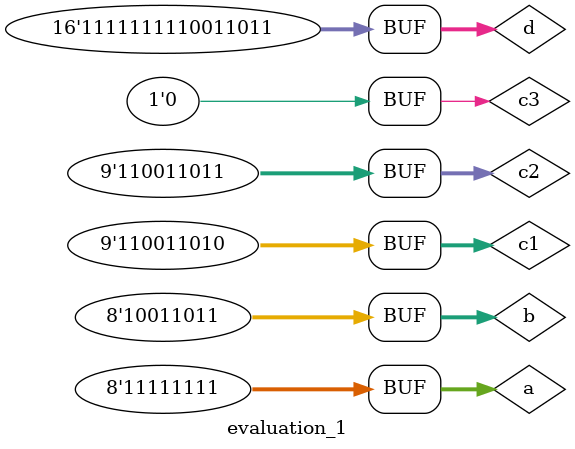
<source format=v>
`timescale 1ns / 1ps
module evaluation_1;
	wire [7:0]a, b;
	wire [8:0]c1, c2;
	wire c3;
	wire [15:0]d;	
	assign a = 255;
	assign b = 155;
	assign c1 = a + b;
	assign c2 = 9'b000000001 + a + b;
	assign d = {a, b};
	assign c3 = &b;
	
	
endmodule

</source>
